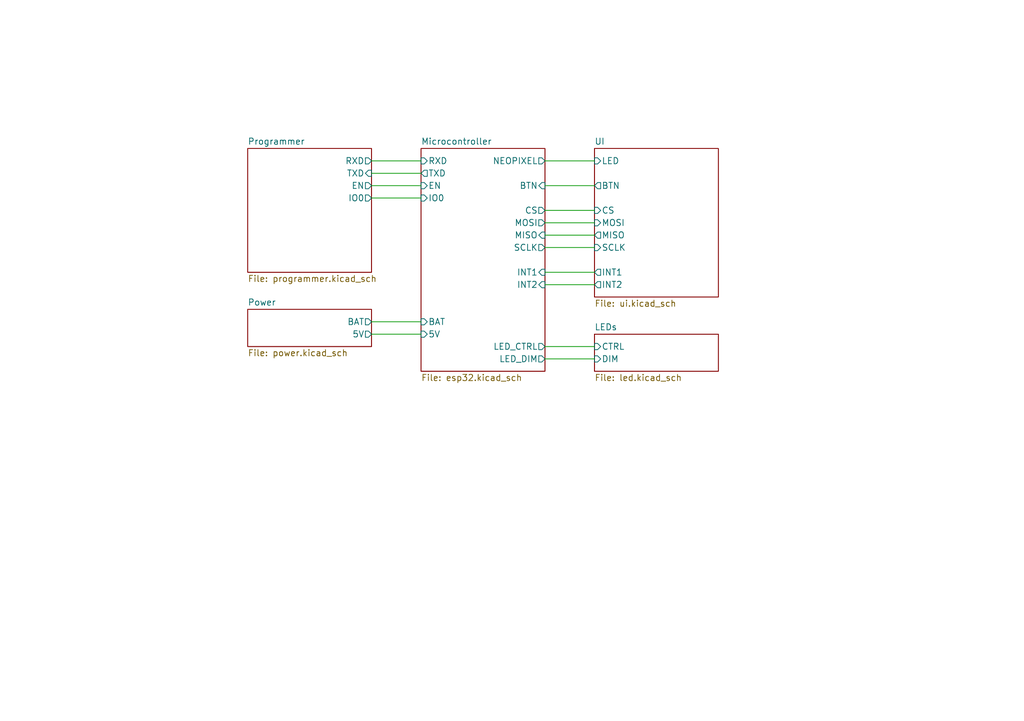
<source format=kicad_sch>
(kicad_sch (version 20230121) (generator eeschema)
  (paper "A5")
  (lib_symbols)
  (wire (pts (xy 111.76 50.8) (xy 121.92 50.8)))
  (wire (pts (xy 111.76 33.02) (xy 121.92 33.02)))
  (wire (pts (xy 76.2 33.02) (xy 86.36 33.02)))
  (wire (pts (xy 111.76 38.1) (xy 121.92 38.1)))
  (wire (pts (xy 111.76 48.26) (xy 121.92 48.26)))
  (wire (pts (xy 111.76 45.72) (xy 121.92 45.72)))
  (wire (pts (xy 111.76 73.66) (xy 121.92 73.66)))
  (wire (pts (xy 76.2 68.58) (xy 86.36 68.58)))
  (wire (pts (xy 76.2 38.1) (xy 86.36 38.1)))
  (wire (pts (xy 111.76 58.42) (xy 121.92 58.42)))
  (wire (pts (xy 76.2 35.56) (xy 86.36 35.56)))
  (wire (pts (xy 111.76 55.88) (xy 121.92 55.88)))
  (wire (pts (xy 76.2 66.04) (xy 86.36 66.04)))
  (wire (pts (xy 111.76 71.12) (xy 121.92 71.12)))
  (wire (pts (xy 76.2 40.64) (xy 86.36 40.64)))
  (wire (pts (xy 111.76 43.18) (xy 121.92 43.18)))
  (sheet (at 50.8 63.5) (size 25.4 7.62) (stroke (width 0.1524))
    (property "Sheetname" "Power" (at 50.8 62.7884 0) (effects (justify left bottom)))
    (property "Sheetfile" "power.kicad_sch" (at 50.8 71.7046 0) (effects (justify left top)))
    (pin "BAT" output (at 76.2 66.04 0))
    (pin "5V" output (at 76.2 68.58 0))
  )
  (sheet (at 121.92 68.58) (size 25.4 7.62) (stroke (width 0.1524))
    (property "Sheetname" "LEDs" (at 121.92 67.8684 0) (effects (justify left bottom)))
    (property "Sheetfile" "led.kicad_sch" (at 121.92 76.7846 0) (effects (justify left top)))
    (pin "CTRL" input (at 121.92 71.12 180))
    (pin "DIM" input (at 121.92 73.66 180))
  )
  (sheet (at 121.92 30.48) (size 25.4 30.48) (stroke (width 0.1524))
    (property "Sheetname" "UI" (at 121.92 29.7684 0) (effects (justify left bottom)))
    (property "Sheetfile" "ui.kicad_sch" (at 121.92 61.5446 0) (effects (justify left top)))
    (pin "BTN" output (at 121.92 38.1 180))
    (pin "LED" input (at 121.92 33.02 180))
    (pin "INT1" output (at 121.92 55.88 180))
    (pin "INT2" output (at 121.92 58.42 180))
    (pin "MOSI" input (at 121.92 45.72 180))
    (pin "CS" input (at 121.92 43.18 180))
    (pin "MISO" output (at 121.92 48.26 180))
    (pin "SCLK" input (at 121.92 50.8 180))
  )
  (sheet (at 86.36 30.48) (size 25.4 45.72) (stroke (width 0.1524))
    (property "Sheetname" "Microcontroller" (at 86.36 29.7684 0) (effects (justify left bottom)))
    (property "Sheetfile" "esp32.kicad_sch" (at 86.36 76.7846 0) (effects (justify left top)))
    (pin "EN" input (at 86.36 38.1 180))
    (pin "IO0" input (at 86.36 40.64 180))
    (pin "TXD" output (at 86.36 35.56 180))
    (pin "RXD" input (at 86.36 33.02 180))
    (pin "INT2" input (at 111.76 58.42 0))
    (pin "CS" output (at 111.76 43.18 0))
    (pin "MISO" input (at 111.76 48.26 0))
    (pin "NEOPIXEL" output (at 111.76 33.02 0))
    (pin "INT1" input (at 111.76 55.88 0))
    (pin "SCLK" output (at 111.76 50.8 0))
    (pin "MOSI" output (at 111.76 45.72 0))
    (pin "BTN" input (at 111.76 38.1 0))
    (pin "LED_CTRL" output (at 111.76 71.12 0))
    (pin "LED_DIM" output (at 111.76 73.66 0))
    (pin "BAT" input (at 86.36 66.04 180))
    (pin "5V" input (at 86.36 68.58 180))
  )
  (sheet (at 50.8 30.48) (size 25.4 25.4) (stroke (width 0.1524))
    (property "Sheetname" "Programmer" (at 50.8 29.7684 0) (effects (justify left bottom)))
    (property "Sheetfile" "programmer.kicad_sch" (at 50.8 56.4646 0) (effects (justify left top)))
    (pin "TXD" input (at 76.2 35.56 0))
    (pin "RXD" output (at 76.2 33.02 0))
    (pin "IO0" output (at 76.2 40.64 0))
    (pin "EN" output (at 76.2 38.1 0))
  )
)
</source>
